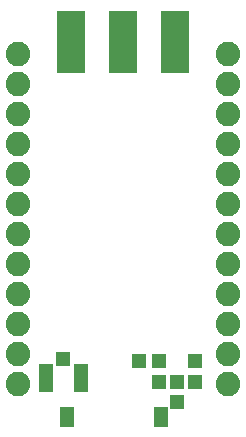
<source format=gts>
G75*
G70*
%OFA0B0*%
%FSLAX24Y24*%
%IPPOS*%
%LPD*%
%AMOC8*
5,1,8,0,0,1.08239X$1,22.5*
%
%ADD10C,0.0820*%
%ADD11R,0.0474X0.0513*%
%ADD12R,0.0493X0.0946*%
%ADD13R,0.0474X0.0493*%
%ADD14R,0.0513X0.0474*%
%ADD15R,0.0474X0.0671*%
%ADD16R,0.0980X0.2080*%
D10*
X001487Y001833D03*
X001487Y002833D03*
X001487Y003833D03*
X001487Y004833D03*
X001487Y005833D03*
X001487Y006833D03*
X001487Y007833D03*
X001487Y008833D03*
X001487Y009833D03*
X001487Y010833D03*
X001487Y011833D03*
X001487Y012833D03*
X008487Y012833D03*
X008487Y011833D03*
X008487Y010833D03*
X008487Y009833D03*
X008487Y008833D03*
X008487Y007833D03*
X008487Y006833D03*
X008487Y005833D03*
X008487Y004833D03*
X008487Y003833D03*
X008487Y002833D03*
X008487Y001833D03*
D11*
X007387Y001898D03*
X007387Y002568D03*
X006787Y001888D03*
X006787Y001218D03*
X006187Y001898D03*
X006187Y002568D03*
D12*
X003567Y002033D03*
X002406Y002033D03*
D13*
X002987Y002634D03*
D14*
X005512Y002593D03*
X006181Y002593D03*
D15*
X006261Y000733D03*
X003112Y000733D03*
D16*
X003247Y013233D03*
X004987Y013233D03*
X006727Y013233D03*
M02*

</source>
